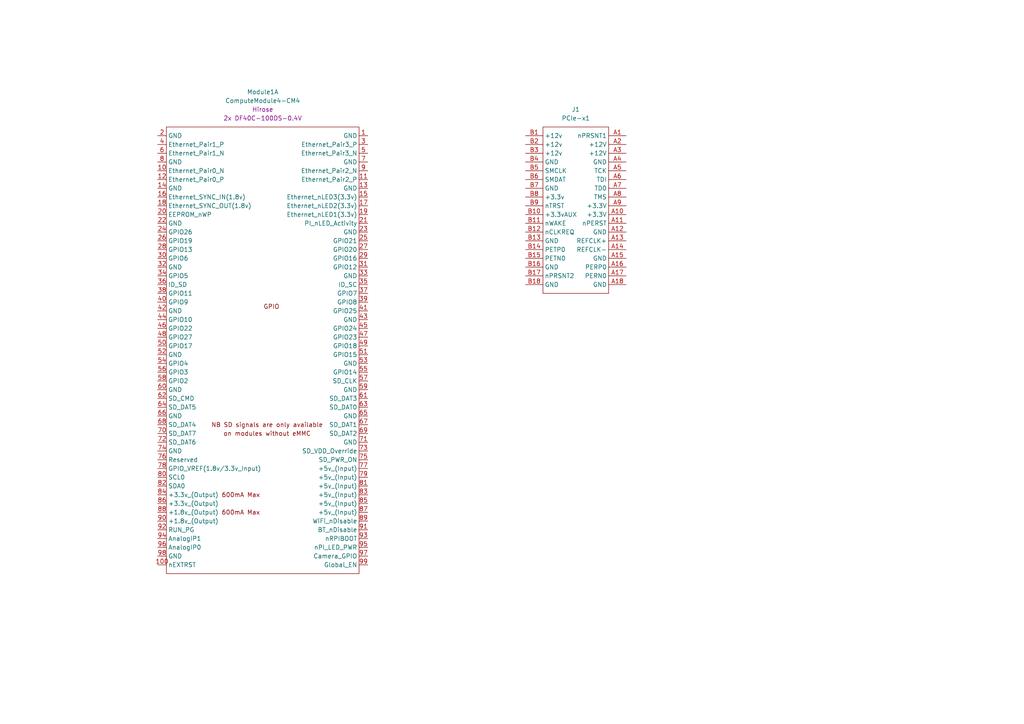
<source format=kicad_sch>
(kicad_sch (version 20231120) (generator "eeschema") (generator_version "8.0")
  (paper "A4")
  (lib_symbols
    (symbol "CM4IO:ComputeModule4-CM4"
      (property "Reference" "Module" (at 113.03 -68.58 0))
      (property "Value" "ComputeModule4-CM4" (at 140.97 2.54 0))
      (property "Field4" "Hirose" (at 0 0 0))
      (property "Field5" "2x DF40C-100DS-0.4V" (at 0 -2.54 0))
      (symbol "ComputeModule4-CM4_1_0"
        (text "GPIO" (at 0 6.35 0) (effects (font (size 1.27 1.27))))
      )
      (symbol "ComputeModule4-CM4_1_1"
        (rectangle (start -30.48 -71.12) (end 25.4 58.42))
        (text "600mA Max" (at -8.89 -53.34 0) (effects (font (size 1.27 1.27))))
        (text "600mA Max" (at -8.89 -48.26 0) (effects (font (size 1.27 1.27))))
        (text "NB SD signals are only available" (at -1.27 -27.94 0) (effects (font (size 1.27 1.27))))
        (text "on modules without eMMC" (at -1.27 -30.48 0) (effects (font (size 1.27 1.27))))
        (pin power_in line (at 27.94 55.88 180) (length 2.54) (name "GND") (number "1"))
        (pin passive line (at -33.02 45.72 0) (length 2.54) (name "Ethernet_Pair0_N") (number "10"))
        (pin output line (at -33.02 -68.58 0) (length 2.54) (name "nEXTRST") (number "100"))
        (pin passive line (at 27.94 43.18 180) (length 2.54) (name "Ethernet_Pair2_P") (number "11"))
        (pin passive line (at -33.02 43.18 0) (length 2.54) (name "Ethernet_Pair0_P") (number "12"))
        (pin power_in line (at 27.94 40.64 180) (length 2.54) (name "GND") (number "13"))
        (pin power_in line (at -33.02 40.64 0) (length 2.54) (name "GND") (number "14"))
        (pin output line (at 27.94 38.1 180) (length 2.54) (name "Ethernet_nLED3(3.3v)") (number "15"))
        (pin input line (at -33.02 38.1 0) (length 2.54) (name "Ethernet_SYNC_IN(1.8v)") (number "16"))
        (pin output line (at 27.94 35.56 180) (length 2.54) (name "Ethernet_nLED2(3.3v)") (number "17"))
        (pin input line (at -33.02 35.56 0) (length 2.54) (name "Ethernet_SYNC_OUT(1.8v)") (number "18"))
        (pin output line (at 27.94 33.02 180) (length 2.54) (name "Ethernet_nLED1(3.3v)") (number "19"))
        (pin power_in line (at -33.02 55.88 0) (length 2.54) (name "GND") (number "2"))
        (pin passive line (at -33.02 33.02 0) (length 2.54) (name "EEPROM_nWP") (number "20"))
        (pin open_collector line (at 27.94 30.48 180) (length 2.54) (name "PI_nLED_Activity") (number "21"))
        (pin power_in line (at -33.02 30.48 0) (length 2.54) (name "GND") (number "22"))
        (pin power_in line (at 27.94 27.94 180) (length 2.54) (name "GND") (number "23"))
        (pin passive line (at -33.02 27.94 0) (length 2.54) (name "GPIO26") (number "24"))
        (pin passive line (at 27.94 25.4 180) (length 2.54) (name "GPIO21") (number "25"))
        (pin passive line (at -33.02 25.4 0) (length 2.54) (name "GPIO19") (number "26"))
        (pin passive line (at 27.94 22.86 180) (length 2.54) (name "GPIO20") (number "27"))
        (pin passive line (at -33.02 22.86 0) (length 2.54) (name "GPIO13") (number "28"))
        (pin passive line (at 27.94 20.32 180) (length 2.54) (name "GPIO16") (number "29"))
        (pin passive line (at 27.94 53.34 180) (length 2.54) (name "Ethernet_Pair3_P") (number "3"))
        (pin passive line (at -33.02 20.32 0) (length 2.54) (name "GPIO6") (number "30"))
        (pin passive line (at 27.94 17.78 180) (length 2.54) (name "GPIO12") (number "31"))
        (pin power_in line (at -33.02 17.78 0) (length 2.54) (name "GND") (number "32"))
        (pin power_in line (at 27.94 15.24 180) (length 2.54) (name "GND") (number "33"))
        (pin passive line (at -33.02 15.24 0) (length 2.54) (name "GPIO5") (number "34"))
        (pin passive line (at 27.94 12.7 180) (length 2.54) (name "ID_SC") (number "35"))
        (pin passive line (at -33.02 12.7 0) (length 2.54) (name "ID_SD") (number "36"))
        (pin passive line (at 27.94 10.16 180) (length 2.54) (name "GPIO7") (number "37"))
        (pin passive line (at -33.02 10.16 0) (length 2.54) (name "GPIO11") (number "38"))
        (pin passive line (at 27.94 7.62 180) (length 2.54) (name "GPIO8") (number "39"))
        (pin passive line (at -33.02 53.34 0) (length 2.54) (name "Ethernet_Pair1_P") (number "4"))
        (pin passive line (at -33.02 7.62 0) (length 2.54) (name "GPIO9") (number "40"))
        (pin passive line (at 27.94 5.08 180) (length 2.54) (name "GPIO25") (number "41"))
        (pin power_in line (at -33.02 5.08 0) (length 2.54) (name "GND") (number "42"))
        (pin power_in line (at 27.94 2.54 180) (length 2.54) (name "GND") (number "43"))
        (pin passive line (at -33.02 2.54 0) (length 2.54) (name "GPIO10") (number "44"))
        (pin passive line (at 27.94 0 180) (length 2.54) (name "GPIO24") (number "45"))
        (pin passive line (at -33.02 0 0) (length 2.54) (name "GPIO22") (number "46"))
        (pin passive line (at 27.94 -2.54 180) (length 2.54) (name "GPIO23") (number "47"))
        (pin passive line (at -33.02 -2.54 0) (length 2.54) (name "GPIO27") (number "48"))
        (pin passive line (at 27.94 -5.08 180) (length 2.54) (name "GPIO18") (number "49"))
        (pin passive line (at 27.94 50.8 180) (length 2.54) (name "Ethernet_Pair3_N") (number "5"))
        (pin passive line (at -33.02 -5.08 0) (length 2.54) (name "GPIO17") (number "50"))
        (pin passive line (at 27.94 -7.62 180) (length 2.54) (name "GPIO15") (number "51"))
        (pin power_in line (at -33.02 -7.62 0) (length 2.54) (name "GND") (number "52"))
        (pin power_in line (at 27.94 -10.16 180) (length 2.54) (name "GND") (number "53"))
        (pin passive line (at -33.02 -10.16 0) (length 2.54) (name "GPIO4") (number "54"))
        (pin passive line (at 27.94 -12.7 180) (length 2.54) (name "GPIO14") (number "55"))
        (pin passive line (at -33.02 -12.7 0) (length 2.54) (name "GPIO3") (number "56"))
        (pin passive line (at 27.94 -15.24 180) (length 2.54) (name "SD_CLK") (number "57"))
        (pin passive line (at -33.02 -15.24 0) (length 2.54) (name "GPIO2") (number "58"))
        (pin power_in line (at 27.94 -17.78 180) (length 2.54) (name "GND") (number "59"))
        (pin passive line (at -33.02 50.8 0) (length 2.54) (name "Ethernet_Pair1_N") (number "6"))
        (pin power_in line (at -33.02 -17.78 0) (length 2.54) (name "GND") (number "60"))
        (pin passive line (at 27.94 -20.32 180) (length 2.54) (name "SD_DAT3") (number "61"))
        (pin passive line (at -33.02 -20.32 0) (length 2.54) (name "SD_CMD") (number "62"))
        (pin passive line (at 27.94 -22.86 180) (length 2.54) (name "SD_DAT0") (number "63"))
        (pin passive line (at -33.02 -22.86 0) (length 2.54) (name "SD_DAT5") (number "64"))
        (pin power_in line (at 27.94 -25.4 180) (length 2.54) (name "GND") (number "65"))
        (pin power_in line (at -33.02 -25.4 0) (length 2.54) (name "GND") (number "66"))
        (pin passive line (at 27.94 -27.94 180) (length 2.54) (name "SD_DAT1") (number "67"))
        (pin passive line (at -33.02 -27.94 0) (length 2.54) (name "SD_DAT4") (number "68"))
        (pin passive line (at 27.94 -30.48 180) (length 2.54) (name "SD_DAT2") (number "69"))
        (pin power_in line (at 27.94 48.26 180) (length 2.54) (name "GND") (number "7"))
        (pin passive line (at -33.02 -30.48 0) (length 2.54) (name "SD_DAT7") (number "70"))
        (pin power_in line (at 27.94 -33.02 180) (length 2.54) (name "GND") (number "71"))
        (pin passive line (at -33.02 -33.02 0) (length 2.54) (name "SD_DAT6") (number "72"))
        (pin input line (at 27.94 -35.56 180) (length 2.54) (name "SD_VDD_Override") (number "73"))
        (pin power_in line (at -33.02 -35.56 0) (length 2.54) (name "GND") (number "74"))
        (pin output line (at 27.94 -38.1 180) (length 2.54) (name "SD_PWR_ON") (number "75"))
        (pin passive line (at -33.02 -38.1 0) (length 2.54) (name "Reserved") (number "76"))
        (pin power_in line (at 27.94 -40.64 180) (length 2.54) (name "+5v_(Input)") (number "77"))
        (pin power_in line (at -33.02 -40.64 0) (length 2.54) (name "GPIO_VREF(1.8v/3.3v_Input)") (number "78"))
        (pin power_in line (at 27.94 -43.18 180) (length 2.54) (name "+5v_(Input)") (number "79"))
        (pin power_in line (at -33.02 48.26 0) (length 2.54) (name "GND") (number "8"))
        (pin passive line (at -33.02 -43.18 0) (length 2.54) (name "SCL0") (number "80"))
        (pin power_in line (at 27.94 -45.72 180) (length 2.54) (name "+5v_(Input)") (number "81"))
        (pin passive line (at -33.02 -45.72 0) (length 2.54) (name "SDA0") (number "82"))
        (pin power_in line (at 27.94 -48.26 180) (length 2.54) (name "+5v_(Input)") (number "83"))
        (pin power_out line (at -33.02 -48.26 0) (length 2.54) (name "+3.3v_(Output)") (number "84"))
        (pin power_in line (at 27.94 -50.8 180) (length 2.54) (name "+5v_(Input)") (number "85"))
        (pin power_out line (at -33.02 -50.8 0) (length 2.54) (name "+3.3v_(Output)") (number "86"))
        (pin power_in line (at 27.94 -53.34 180) (length 2.54) (name "+5v_(Input)") (number "87"))
        (pin power_out line (at -33.02 -53.34 0) (length 2.54) (name "+1.8v_(Output)") (number "88"))
        (pin power_in line (at 27.94 -55.88 180) (length 2.54) (name "WiFi_nDisable") (number "89"))
        (pin passive line (at 27.94 45.72 180) (length 2.54) (name "Ethernet_Pair2_N") (number "9"))
        (pin power_out line (at -33.02 -55.88 0) (length 2.54) (name "+1.8v_(Output)") (number "90"))
        (pin power_in line (at 27.94 -58.42 180) (length 2.54) (name "BT_nDisable") (number "91"))
        (pin passive line (at -33.02 -58.42 0) (length 2.54) (name "RUN_PG") (number "92"))
        (pin input line (at 27.94 -60.96 180) (length 2.54) (name "nRPIBOOT") (number "93"))
        (pin passive line (at -33.02 -60.96 0) (length 2.54) (name "AnalogIP1") (number "94"))
        (pin output line (at 27.94 -63.5 180) (length 2.54) (name "nPI_LED_PWR") (number "95"))
        (pin passive line (at -33.02 -63.5 0) (length 2.54) (name "AnalogIP0") (number "96"))
        (pin passive line (at 27.94 -66.04 180) (length 2.54) (name "Camera_GPIO") (number "97"))
        (pin power_in line (at -33.02 -66.04 0) (length 2.54) (name "GND") (number "98"))
        (pin input line (at 27.94 -68.58 180) (length 2.54) (name "Global_EN") (number "99"))
      )
      (symbol "ComputeModule4-CM4_2_1"
        (rectangle (start 114.3 -66.04) (end 165.1 63.5))
        (text "High Speed Serial" (at 140.97 0 0) (effects (font (size 1.27 1.27))))
        (pin input line (at 170.18 60.96 180) (length 5.08) (name "USB_OTG_ID") (number "101"))
        (pin input line (at 109.22 60.96 0) (length 5.08) (name "PCIe_CLK_nREQ") (number "102"))
        (pin passive line (at 170.18 58.42 180) (length 5.08) (name "USB2_N") (number "103"))
        (pin passive line (at 109.22 58.42 0) (length 5.08) (name "Reserved") (number "104"))
        (pin passive line (at 170.18 55.88 180) (length 5.08) (name "USB2_P") (number "105"))
        (pin passive line (at 109.22 55.88 0) (length 5.08) (name "Reserved") (number "106"))
        (pin power_in line (at 170.18 53.34 180) (length 5.08) (name "GND") (number "107"))
        (pin power_in line (at 109.22 53.34 0) (length 5.08) (name "GND") (number "108"))
        (pin bidirectional line (at 170.18 50.8 180) (length 5.08) (name "PCIe_nRST") (number "109"))
        (pin output line (at 109.22 50.8 0) (length 5.08) (name "PCIe_CLK_P") (number "110"))
        (pin passive line (at 170.18 48.26 180) (length 5.08) (name "VDAC_COMP") (number "111"))
        (pin output line (at 109.22 48.26 0) (length 5.08) (name "PCIe_CLK_N") (number "112"))
        (pin power_in line (at 170.18 45.72 180) (length 5.08) (name "GND") (number "113"))
        (pin power_in line (at 109.22 45.72 0) (length 5.08) (name "GND") (number "114"))
        (pin input line (at 170.18 43.18 180) (length 5.08) (name "CAM1_D0_N") (number "115"))
        (pin input line (at 109.22 43.18 0) (length 5.08) (name "PCIe_RX_P") (number "116"))
        (pin input line (at 170.18 40.64 180) (length 5.08) (name "CAM1_D0_P") (number "117"))
        (pin input line (at 109.22 40.64 0) (length 5.08) (name "PCIe_RX_N") (number "118"))
        (pin power_in line (at 170.18 38.1 180) (length 5.08) (name "GND") (number "119"))
        (pin power_in line (at 109.22 38.1 0) (length 5.08) (name "GND") (number "120"))
        (pin input line (at 170.18 35.56 180) (length 5.08) (name "CAM1_D1_N") (number "121"))
        (pin output line (at 109.22 35.56 0) (length 5.08) (name "PCIe_TX_P") (number "122"))
        (pin input line (at 170.18 33.02 180) (length 5.08) (name "CAM1_D1_P") (number "123"))
        (pin output line (at 109.22 33.02 0) (length 5.08) (name "PCIe_TX_N") (number "124"))
        (pin power_in line (at 170.18 30.48 180) (length 5.08) (name "GND") (number "125"))
        (pin power_in line (at 109.22 30.48 0) (length 5.08) (name "GND") (number "126"))
        (pin input line (at 170.18 27.94 180) (length 5.08) (name "CAM1_C_N") (number "127"))
        (pin input line (at 109.22 27.94 0) (length 5.08) (name "CAM0_D0_N") (number "128"))
        (pin input line (at 170.18 25.4 180) (length 5.08) (name "CAM1_C_P") (number "129"))
        (pin input line (at 109.22 25.4 0) (length 5.08) (name "CAM0_D0_P") (number "130"))
        (pin power_in line (at 170.18 22.86 180) (length 5.08) (name "GND") (number "131"))
        (pin power_in line (at 109.22 22.86 0) (length 5.08) (name "GND") (number "132"))
        (pin input line (at 170.18 20.32 180) (length 5.08) (name "CAM1_D2_N") (number "133"))
        (pin input line (at 109.22 20.32 0) (length 5.08) (name "CAM0_D1_N") (number "134"))
        (pin input line (at 170.18 17.78 180) (length 5.08) (name "CAM1_D2_P") (number "135"))
        (pin input line (at 109.22 17.78 0) (length 5.08) (name "CAM0_D1_P") (number "136"))
        (pin power_in line (at 170.18 15.24 180) (length 5.08) (name "GND") (number "137"))
        (pin power_in line (at 109.22 15.24 0) (length 5.08) (name "GND") (number "138"))
        (pin input line (at 170.18 12.7 180) (length 5.08) (name "CAM1_D3_N") (number "139"))
        (pin input line (at 109.22 12.7 0) (length 5.08) (name "CAM0_C_N") (number "140"))
        (pin input line (at 170.18 10.16 180) (length 5.08) (name "CAM1_D3_P") (number "141"))
        (pin input line (at 109.22 10.16 0) (length 5.08) (name "CAM0_C_P") (number "142"))
        (pin input line (at 170.18 7.62 180) (length 5.08) (name "HDMI1_HOTPLUG") (number "143"))
        (pin power_in line (at 109.22 7.62 0) (length 5.08) (name "GND") (number "144"))
        (pin bidirectional line (at 170.18 5.08 180) (length 5.08) (name "HDMI1_SDA") (number "145"))
        (pin output line (at 109.22 5.08 0) (length 5.08) (name "HDMI1_TX2_P") (number "146"))
        (pin open_collector line (at 170.18 2.54 180) (length 5.08) (name "HDMI1_SCL") (number "147"))
        (pin output line (at 109.22 2.54 0) (length 5.08) (name "HDMI1_TX2_N") (number "148"))
        (pin open_collector line (at 170.18 0 180) (length 5.08) (name "HDMI1_CEC") (number "149"))
        (pin power_in line (at 109.22 0 0) (length 5.08) (name "GND") (number "150"))
        (pin open_collector line (at 170.18 -2.54 180) (length 5.08) (name "HDMI0_CEC") (number "151"))
        (pin output line (at 109.22 -2.54 0) (length 5.08) (name "HDMI1_TX1_P") (number "152"))
        (pin input line (at 170.18 -5.08 180) (length 5.08) (name "HDMI0_HOTPLUG") (number "153"))
        (pin output line (at 109.22 -5.08 0) (length 5.08) (name "HDMI1_TX1_N") (number "154"))
        (pin power_in line (at 170.18 -7.62 180) (length 5.08) (name "GND") (number "155"))
        (pin power_in line (at 109.22 -7.62 0) (length 5.08) (name "GND") (number "156"))
        (pin output line (at 170.18 -10.16 180) (length 5.08) (name "DSI0_D0_N") (number "157"))
        (pin output line (at 109.22 -10.16 0) (length 5.08) (name "HDMI1_TX0_P") (number "158"))
        (pin output line (at 170.18 -12.7 180) (length 5.08) (name "DSI0_D0_P") (number "159"))
        (pin output line (at 109.22 -12.7 0) (length 5.08) (name "HDMI1_TX0_N") (number "160"))
        (pin power_in line (at 170.18 -15.24 180) (length 5.08) (name "GND") (number "161"))
        (pin power_in line (at 109.22 -15.24 0) (length 5.08) (name "GND") (number "162"))
        (pin output line (at 170.18 -17.78 180) (length 5.08) (name "DSI0_D1_N") (number "163"))
        (pin output line (at 109.22 -17.78 0) (length 5.08) (name "HDMI1_CLK_P") (number "164"))
        (pin output line (at 170.18 -20.32 180) (length 5.08) (name "DSI0_D1_P") (number "165"))
        (pin output line (at 109.22 -20.32 0) (length 5.08) (name "HDMI1_CLK_N") (number "166"))
        (pin power_in line (at 170.18 -22.86 180) (length 5.08) (name "GND") (number "167"))
        (pin power_in line (at 109.22 -22.86 0) (length 5.08) (name "GND") (number "168"))
        (pin output line (at 170.18 -25.4 180) (length 5.08) (name "DSI0_C_N") (number "169"))
        (pin output line (at 109.22 -25.4 0) (length 5.08) (name "HDMI0_TX2_P") (number "170"))
        (pin output line (at 170.18 -27.94 180) (length 5.08) (name "DSI0_C_P") (number "171"))
        (pin output line (at 109.22 -27.94 0) (length 5.08) (name "HDMI0_TX2_N") (number "172"))
        (pin power_in line (at 170.18 -30.48 180) (length 5.08) (name "GND") (number "173"))
        (pin power_in line (at 109.22 -30.48 0) (length 5.08) (name "GND") (number "174"))
        (pin output line (at 170.18 -33.02 180) (length 5.08) (name "DSI1_D0_N") (number "175"))
        (pin output line (at 109.22 -33.02 0) (length 5.08) (name "HDMI0_TX1_P") (number "176"))
        (pin output line (at 170.18 -35.56 180) (length 5.08) (name "DSI1_D0_P") (number "177"))
        (pin output line (at 109.22 -35.56 0) (length 5.08) (name "HDMI0_TX1_N") (number "178"))
        (pin power_in line (at 170.18 -38.1 180) (length 5.08) (name "GND") (number "179"))
        (pin power_in line (at 109.22 -38.1 0) (length 5.08) (name "GND") (number "180"))
        (pin output line (at 170.18 -40.64 180) (length 5.08) (name "DSI1_D1_N") (number "181"))
        (pin output line (at 109.22 -40.64 0) (length 5.08) (name "HDMI0_TX0_P") (number "182"))
        (pin output line (at 170.18 -43.18 180) (length 5.08) (name "DSI1_D1_P") (number "183"))
        (pin output line (at 109.22 -43.18 0) (length 5.08) (name "HDMI0_TX0_N") (number "184"))
        (pin power_in line (at 170.18 -45.72 180) (length 5.08) (name "GND") (number "185"))
        (pin power_in line (at 109.22 -45.72 0) (length 5.08) (name "GND") (number "186"))
        (pin output line (at 170.18 -48.26 180) (length 5.08) (name "DSI1_C_N") (number "187"))
        (pin output line (at 109.22 -48.26 0) (length 5.08) (name "HDMI0_CLK_P") (number "188"))
        (pin output line (at 170.18 -50.8 180) (length 5.08) (name "DSI1_C_P") (number "189"))
        (pin output line (at 109.22 -50.8 0) (length 5.08) (name "HDMI0_CLK_N") (number "190"))
        (pin power_in line (at 170.18 -53.34 180) (length 5.08) (name "GND") (number "191"))
        (pin power_in line (at 109.22 -53.34 0) (length 5.08) (name "GND") (number "192"))
        (pin output line (at 170.18 -55.88 180) (length 5.08) (name "DSI1_D2_N") (number "193"))
        (pin output line (at 109.22 -55.88 0) (length 5.08) (name "DSI1_D3_N") (number "194"))
        (pin output line (at 170.18 -58.42 180) (length 5.08) (name "DSI1_D2_P") (number "195"))
        (pin output line (at 109.22 -58.42 0) (length 5.08) (name "DSI1_D3_P") (number "196"))
        (pin power_in line (at 170.18 -60.96 180) (length 5.08) (name "GND") (number "197"))
        (pin power_in line (at 109.22 -60.96 0) (length 5.08) (name "GND") (number "198"))
        (pin bidirectional line (at 170.18 -63.5 180) (length 5.08) (name "HDMI0_SDA") (number "199"))
        (pin open_collector line (at 109.22 -63.5 0) (length 5.08) (name "HDMI0_SCL") (number "200"))
      )
    )
    (symbol "CM4IO:PCIe-x1"
      (property "Reference" "J" (at -13.97 36.83 0))
      (property "Value" "PCIe-x1" (at -5.08 -13.97 0))
      (symbol "PCIe-x1_0_0"
        (pin passive line (at 10.16 33.02 180) (length 5.08) (name "nPRSNT1") (number "A1"))
        (pin power_in line (at 10.16 10.16 180) (length 5.08) (name "+3.3V") (number "A10"))
        (pin input line (at 10.16 7.62 180) (length 5.08) (name "nPERST") (number "A11"))
        (pin power_in line (at 10.16 5.08 180) (length 5.08) (name "GND") (number "A12"))
        (pin input line (at 10.16 2.54 180) (length 5.08) (name "REFCLK+") (number "A13"))
        (pin input line (at 10.16 0 180) (length 5.08) (name "REFCLK-") (number "A14"))
        (pin power_in line (at 10.16 -2.54 180) (length 5.08) (name "GND") (number "A15"))
        (pin output line (at 10.16 -5.08 180) (length 5.08) (name "PERP0") (number "A16"))
        (pin output line (at 10.16 -7.62 180) (length 5.08) (name "PERN0") (number "A17"))
        (pin power_in line (at 10.16 -10.16 180) (length 5.08) (name "GND") (number "A18"))
        (pin power_in line (at 10.16 30.48 180) (length 5.08) (name "+12V") (number "A2"))
        (pin power_in line (at 10.16 27.94 180) (length 5.08) (name "+12V") (number "A3"))
        (pin power_in line (at 10.16 25.4 180) (length 5.08) (name "GND") (number "A4"))
        (pin input line (at 10.16 22.86 180) (length 5.08) (name "TCK") (number "A5"))
        (pin input line (at 10.16 20.32 180) (length 5.08) (name "TDI") (number "A6"))
        (pin output line (at 10.16 17.78 180) (length 5.08) (name "TD0") (number "A7"))
        (pin input line (at 10.16 15.24 180) (length 5.08) (name "TMS") (number "A8"))
        (pin power_in line (at 10.16 12.7 180) (length 5.08) (name "+3.3V") (number "A9"))
        (pin power_in line (at -19.05 33.02 0) (length 5.08) (name "+12v") (number "B1"))
        (pin power_in line (at -19.05 10.16 0) (length 5.08) (name "+3.3vAUX") (number "B10"))
        (pin open_collector line (at -19.05 7.62 0) (length 5.08) (name "nWAKE") (number "B11"))
        (pin open_collector line (at -19.05 5.08 0) (length 5.08) (name "nCLKREQ") (number "B12"))
        (pin power_in line (at -19.05 2.54 0) (length 5.08) (name "GND") (number "B13"))
        (pin input line (at -19.05 0 0) (length 5.08) (name "PETP0") (number "B14"))
        (pin input line (at -19.05 -2.54 0) (length 5.08) (name "PETN0") (number "B15"))
        (pin power_in line (at -19.05 -5.08 0) (length 5.08) (name "GND") (number "B16"))
        (pin passive line (at -19.05 -7.62 0) (length 5.08) (name "nPRSNT2") (number "B17"))
        (pin power_in line (at -19.05 -10.16 0) (length 5.08) (name "GND") (number "B18"))
        (pin power_in line (at -19.05 30.48 0) (length 5.08) (name "+12v") (number "B2"))
        (pin power_in line (at -19.05 27.94 0) (length 5.08) (name "+12v") (number "B3"))
        (pin power_in line (at -19.05 25.4 0) (length 5.08) (name "GND") (number "B4"))
        (pin passive line (at -19.05 22.86 0) (length 5.08) (name "SMCLK") (number "B5"))
        (pin passive line (at -19.05 20.32 0) (length 5.08) (name "SMDAT") (number "B6"))
        (pin power_in line (at -19.05 17.78 0) (length 5.08) (name "GND") (number "B7"))
        (pin power_in line (at -19.05 15.24 0) (length 5.08) (name "+3.3v") (number "B8"))
        (pin input line (at -19.05 12.7 0) (length 5.08) (name "nTRST") (number "B9"))
      )
      (symbol "PCIe-x1_0_1"
        (rectangle (start -13.97 35.56) (end 5.08 -12.7))
      )
    )
  )
  (symbol (lib_id "CM4IO:ComputeModule4-CM4") (at 78.74 95.25 0) (unit 1)
    (property "Reference" "Module1" (at 76.2 26.67 0))
    (property "Value" "ComputeModule4-CM4" (at 76.2 29.21 0))
    (property "Footprint" "CM4IO:Raspberry-Pi-4-Compute-Module" (effects (hide yes)))
    (property "Field4" "Hirose" (at 76.2 31.75 0))
    (property "Field5" "2x DF40C-100DS-0.4V" (at 76.2 34.29 0))
  )
  (symbol (lib_id "CM4IO:PCIe-x1") (at 171.45 72.39 0) (unit 1)
    (property "Reference" "J1" (at 167.005 31.75 0))
    (property "Value" "PCIe-x1" (at 167.005 34.29 0))
  )
)
</source>
